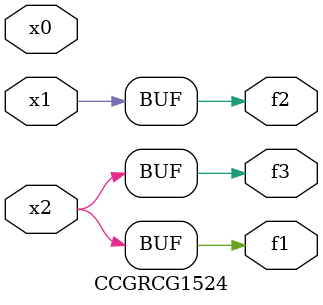
<source format=v>
module CCGRCG1524(
	input x0, x1, x2,
	output f1, f2, f3
);
	assign f1 = x2;
	assign f2 = x1;
	assign f3 = x2;
endmodule

</source>
